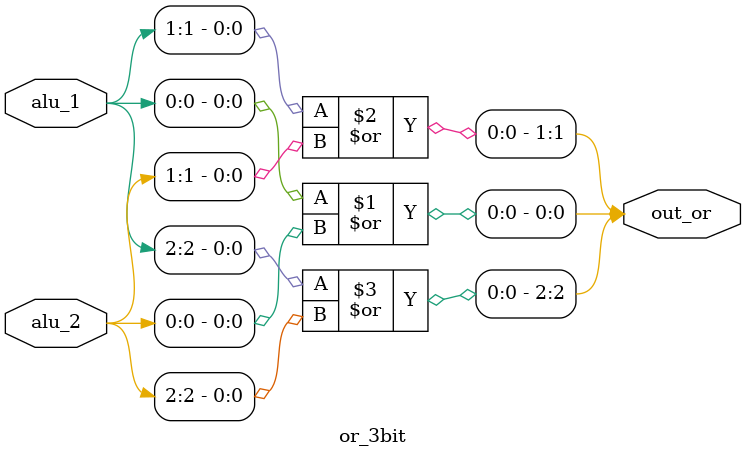
<source format=v>
module or_3bit(output [2:0] out_or, input [2:0] alu_1, alu_2);
			or or0(out_or[0], alu_1[0], alu_2[0]);
			or or1(out_or[1], alu_1[1], alu_2[1]);
			or or2(out_or[2], alu_1[2], alu_2[2]);

endmodule

</source>
